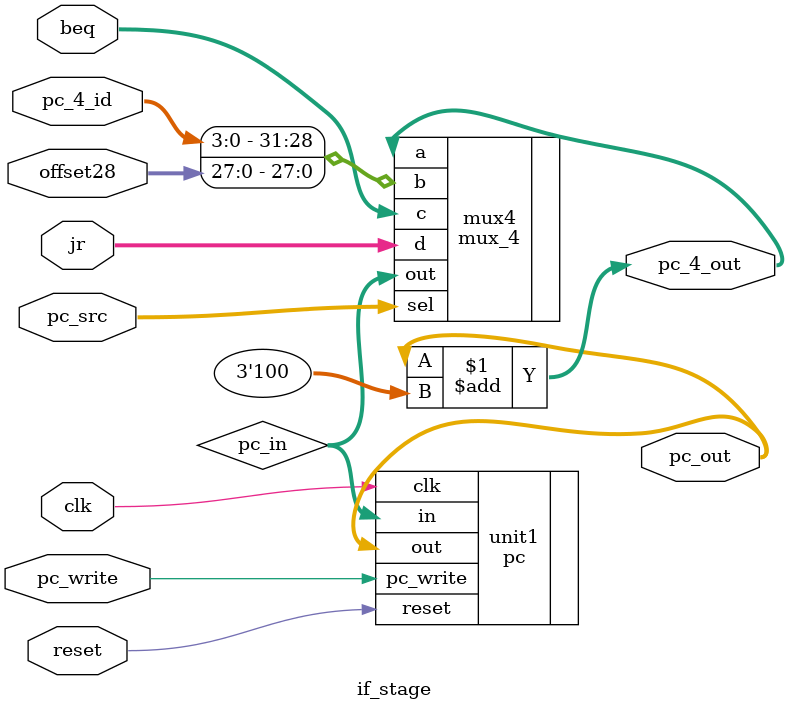
<source format=v>
module if_stage(pc_4_out,pc_out,
		beq,jr,pc_4_id,offset28,pc_write,pc_src,reset,clk);
	input [31:0]beq,jr;
	input [27:0]offset28;
	input [3:0]pc_4_id;
	input pc_write,reset,clk;
	input [1:0]pc_src;
	output [31:0]pc_4_out,pc_out;
	
	wire [31:0]pc_4_out,pc_out,pc_in;

	
	//initial assign pc_in=32'b0000_0000_0000_0000_0000_0000_0001_0000;
	
	mux_4 mux4(.out(pc_in), .a(pc_4_out), .b({pc_4_id,offset28}), .c(beq), .d(jr), .sel(pc_src));


	pc unit1 (.out(pc_out), .in(pc_in), .pc_write(pc_write), .reset(reset), .clk(clk));

	assign pc_4_out=pc_out+3'b100; //PC+4
endmodule

</source>
